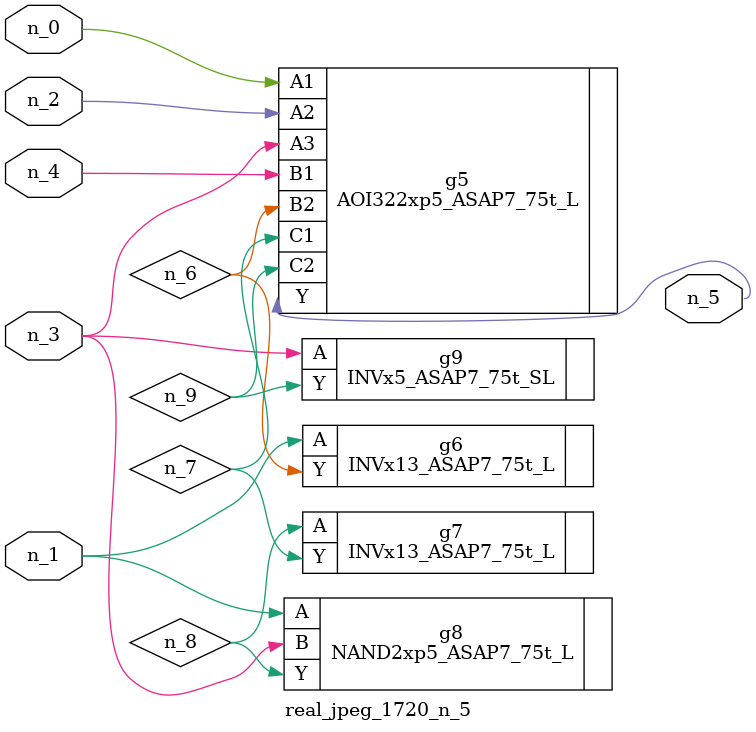
<source format=v>
module real_jpeg_1720_n_5 (n_4, n_0, n_1, n_2, n_3, n_5);

input n_4;
input n_0;
input n_1;
input n_2;
input n_3;

output n_5;

wire n_8;
wire n_6;
wire n_7;
wire n_9;

AOI322xp5_ASAP7_75t_L g5 ( 
.A1(n_0),
.A2(n_2),
.A3(n_3),
.B1(n_4),
.B2(n_6),
.C1(n_7),
.C2(n_9),
.Y(n_5)
);

INVx13_ASAP7_75t_L g6 ( 
.A(n_1),
.Y(n_6)
);

NAND2xp5_ASAP7_75t_L g8 ( 
.A(n_1),
.B(n_3),
.Y(n_8)
);

INVx5_ASAP7_75t_SL g9 ( 
.A(n_3),
.Y(n_9)
);

INVx13_ASAP7_75t_L g7 ( 
.A(n_8),
.Y(n_7)
);


endmodule
</source>
